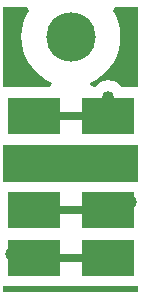
<source format=gbl>
%FSLAX25Y25*%
%MOIN*%
G70*
G01*
G75*
G04 Layer_Physical_Order=2*
G04 Layer_Color=65280*
%ADD10R,0.05000X0.08000*%
%ADD11R,0.05906X0.05906*%
%ADD12C,0.02500*%
%ADD13C,0.04000*%
%ADD14C,0.16500*%
%ADD15C,0.04000*%
%ADD16R,0.17716X0.12205*%
G36*
X547500Y639250D02*
X502500D01*
Y651542D01*
X547500D01*
Y639250D01*
D02*
G37*
G36*
Y602500D02*
X502500D01*
Y604298D01*
X547500D01*
Y602500D01*
D02*
G37*
G36*
Y670747D02*
X541941D01*
X541423Y671423D01*
X540274Y672304D01*
X538936Y672858D01*
X537500Y673047D01*
X536064Y672858D01*
X534726Y672304D01*
X533577Y671423D01*
X533175Y670898D01*
X531695Y671142D01*
X531328Y672223D01*
X533268Y673180D01*
X535066Y674382D01*
X536692Y675808D01*
X538118Y677434D01*
X539320Y679232D01*
X540277Y681172D01*
X540972Y683220D01*
X541394Y685342D01*
X541535Y687500D01*
X541394Y689658D01*
X540972Y691780D01*
X540277Y693828D01*
X539320Y695768D01*
X539046Y696177D01*
X539754Y697500D01*
X547500D01*
Y670747D01*
D02*
G37*
G36*
X510954Y696177D02*
X510680Y695768D01*
X509723Y693828D01*
X509028Y691780D01*
X508606Y689658D01*
X508465Y687500D01*
X508606Y685342D01*
X509028Y683220D01*
X509723Y681172D01*
X510680Y679232D01*
X511882Y677434D01*
X513308Y675808D01*
X514934Y674382D01*
X516732Y673180D01*
X518672Y672223D01*
X518171Y670747D01*
X502500D01*
Y697500D01*
X510246D01*
X510954Y696177D01*
D02*
G37*
D12*
X512700Y661144D02*
X537306D01*
X512700Y645396D02*
X537306D01*
X512700Y629648D02*
X537306D01*
X537306Y613900D02*
X537306Y613900D01*
X512700Y613900D02*
X537306D01*
D13*
Y645396D02*
X537306Y645396D01*
D14*
X525000Y687500D02*
D03*
D15*
X545000Y632500D02*
D03*
X537500Y667500D02*
D03*
X505000Y647500D02*
D03*
Y615000D02*
D03*
D16*
X537306Y661144D02*
D03*
Y645396D02*
D03*
Y629648D02*
D03*
X512700Y661144D02*
D03*
Y645396D02*
D03*
Y629648D02*
D03*
X537306Y613900D02*
D03*
X512700D02*
D03*
M02*

</source>
